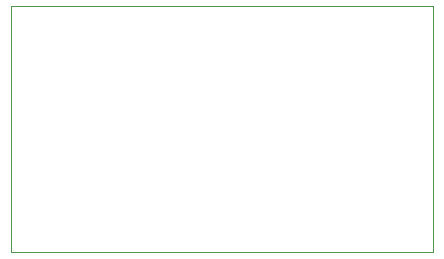
<source format=gbr>
%TF.GenerationSoftware,KiCad,Pcbnew,7.0.6-1.fc38*%
%TF.CreationDate,2023-08-14T18:07:14+02:00*%
%TF.ProjectId,ESP12F_INSPIRE_WIFI,45535031-3246-45f4-994e-53504952455f,rev?*%
%TF.SameCoordinates,Original*%
%TF.FileFunction,Profile,NP*%
%FSLAX46Y46*%
G04 Gerber Fmt 4.6, Leading zero omitted, Abs format (unit mm)*
G04 Created by KiCad (PCBNEW 7.0.6-1.fc38) date 2023-08-14 18:07:14*
%MOMM*%
%LPD*%
G01*
G04 APERTURE LIST*
%TA.AperFunction,Profile*%
%ADD10C,0.100000*%
%TD*%
G04 APERTURE END LIST*
D10*
X101600000Y-61976000D02*
X137287000Y-61976000D01*
X137287000Y-82804000D01*
X101600000Y-82804000D01*
X101600000Y-61976000D01*
M02*

</source>
